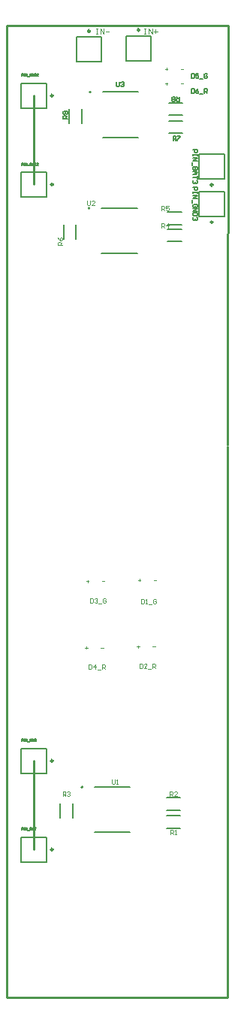
<source format=gbr>
%TF.GenerationSoftware,Altium Limited,Altium Designer,22.2.1 (43)*%
G04 Layer_Color=65535*
%FSLAX45Y45*%
%MOMM*%
%TF.SameCoordinates,68419969-02EB-4E78-BB40-8B94D9E39CA8*%
%TF.FilePolarity,Positive*%
%TF.FileFunction,Legend,Top*%
%TF.Part,Single*%
G01*
G75*
%TA.AperFunction,NonConductor*%
%ADD24C,0.25000*%
%ADD25C,0.20000*%
%ADD26C,0.25400*%
%ADD27C,0.07620*%
%ADD28C,0.12700*%
%ADD29C,0.10000*%
%ADD30C,0.07500*%
D24*
X14846100Y12663700D02*
G03*
X14846100Y12663700I-12500J0D01*
G01*
X14287300Y12651000D02*
G03*
X14287300Y12651000I-12500J0D01*
G01*
X15671600Y10920200D02*
G03*
X15671600Y10920200I-12500J0D01*
G01*
Y10501100D02*
G03*
X15671600Y10501100I-12500J0D01*
G01*
X13870000Y10922000D02*
G03*
X13870000Y10922000I-12500J0D01*
G01*
Y3432376D02*
G03*
X13870000Y3432376I-12500J0D01*
G01*
Y11925300D02*
G03*
X13870000Y11925300I-12500J0D01*
G01*
Y4432376D02*
G03*
X13870000Y4432376I-12500J0D01*
G01*
D25*
X14297501Y11963400D02*
G03*
X14297501Y11963400I-10000J0D01*
G01*
X14206206Y4135654D02*
G03*
X14206206Y4135654I-10000J0D01*
G01*
X14284801Y10655300D02*
G03*
X14284801Y10655300I-10000J0D01*
G01*
X14693600Y12318700D02*
Y12598700D01*
Y12318700D02*
X14973599D01*
Y12598700D01*
X14693600D02*
X14973599D01*
X14134801Y12306000D02*
Y12586000D01*
Y12306000D02*
X14414799D01*
Y12586000D01*
X14134801D02*
X14414799D01*
X15799100Y10985200D02*
Y11265200D01*
X15519099D02*
X15799100D01*
X15519099Y10985200D02*
Y11265200D01*
Y10985200D02*
X15799100D01*
Y10566100D02*
Y10846100D01*
X15519099D02*
X15799100D01*
X15519099Y10566100D02*
Y10846100D01*
Y10566100D02*
X15799100D01*
X13512500Y11062000D02*
X13792500D01*
X13512500Y10782000D02*
Y11062000D01*
Y10782000D02*
X13792500D01*
Y11062000D01*
X13512500Y3572378D02*
X13792500D01*
X13512500Y3292378D02*
Y3572378D01*
Y3292378D02*
X13792500D01*
Y3572378D01*
X13512500Y12065300D02*
X13792500D01*
X13512500Y11785300D02*
Y12065300D01*
Y11785300D02*
X13792500D01*
Y12065300D01*
X13512500Y4572376D02*
X13792500D01*
X13512500Y4292376D02*
Y4572376D01*
Y4292376D02*
X13792500D01*
Y4572376D01*
D26*
X13347701Y12712700D02*
X15849600D01*
X13347701Y1765300D02*
X15836900D01*
X15836900Y7975600D02*
X15836900Y1765300D01*
X13347701D02*
Y7988300D01*
X15836900D02*
X15849600Y12712700D01*
X13347701Y7988300D02*
Y12712700D01*
X13652499Y10925302D02*
Y11925300D01*
Y3432378D02*
Y4432376D01*
D27*
X15311121Y12059920D02*
X15341600D01*
X15133321D02*
X15163800D01*
X15151100Y12047220D02*
Y12072620D01*
X15311121Y12225020D02*
X15341600D01*
X15133321D02*
X15163800D01*
X15151100Y12212320D02*
Y12237720D01*
X15006320Y6467221D02*
X15036800D01*
X14828520D02*
X14859000D01*
X14846300Y6454521D02*
Y6479921D01*
X14993620Y5717921D02*
X15024100D01*
X14815820D02*
X14846300D01*
X14833600Y5705221D02*
Y5730621D01*
X14422121Y6454521D02*
X14452600D01*
X14244321D02*
X14274800D01*
X14262100Y6441821D02*
Y6467221D01*
X14409419Y5705221D02*
X14439900D01*
X14231619D02*
X14262100D01*
X14249400Y5692521D02*
Y5717921D01*
D28*
X14430400Y11454399D02*
X14830400D01*
X14430400Y11964401D02*
X14830400D01*
X15172701Y11841902D02*
X15332700D01*
X15172701Y11703898D02*
X15332700D01*
X15172701Y11638702D02*
X15332700D01*
X15172701Y11500698D02*
X15332700D01*
X14053398Y11616700D02*
Y11776700D01*
X14191402Y11616700D02*
Y11776700D01*
X13951797Y3788801D02*
Y3948801D01*
X14089803Y3788801D02*
Y3948801D01*
X14339108Y3626653D02*
X14739107D01*
X14339108Y4136654D02*
X14739107D01*
X15147301Y4014003D02*
X15307300D01*
X15147301Y3875999D02*
X15307300D01*
X15147301Y3810803D02*
X15307300D01*
X15147301Y3672799D02*
X15307300D01*
X13989899Y10308600D02*
Y10468600D01*
X14127902Y10308600D02*
Y10468600D01*
X15160001Y10419502D02*
X15320000D01*
X15160001Y10281498D02*
X15320000D01*
X15160001Y10610002D02*
X15320000D01*
X15160001Y10471998D02*
X15320000D01*
X14417700Y10146299D02*
X14817700D01*
X14417700Y10656301D02*
X14817700D01*
X14582547Y12077292D02*
Y12035639D01*
X14590878Y12027308D01*
X14607539D01*
X14615871Y12035639D01*
Y12077292D01*
X14632532Y12068961D02*
X14640862Y12077292D01*
X14657523D01*
X14665852Y12068961D01*
Y12060631D01*
X14657523Y12052300D01*
X14649191D01*
X14657523D01*
X14665852Y12043969D01*
Y12035639D01*
X14657523Y12027308D01*
X14640862D01*
X14632532Y12035639D01*
X14033092Y11667747D02*
X13983109D01*
Y11692739D01*
X13991438Y11701070D01*
X14008099D01*
X14016431Y11692739D01*
Y11667747D01*
Y11684408D02*
X14033092Y11701070D01*
X14024760Y11717731D02*
X14033092Y11726061D01*
Y11742723D01*
X14024760Y11751053D01*
X13991438D01*
X13983109Y11742723D01*
Y11726061D01*
X13991438Y11717731D01*
X13999770D01*
X14008099Y11726061D01*
Y11751053D01*
X15294353Y11912191D02*
Y11862208D01*
X15269360D01*
X15261031Y11870538D01*
Y11887199D01*
X15269360Y11895530D01*
X15294353D01*
X15277692D02*
X15261031Y11912191D01*
X15244370Y11870538D02*
X15236040Y11862208D01*
X15219377D01*
X15211047Y11870538D01*
Y11878869D01*
X15219377Y11887199D01*
X15211047Y11895530D01*
Y11903861D01*
X15219377Y11912191D01*
X15236040D01*
X15244370Y11903861D01*
Y11895530D01*
X15236040Y11887199D01*
X15244370Y11878869D01*
Y11870538D01*
X15236040Y11887199D02*
X15219377D01*
X15223747Y11417708D02*
Y11467692D01*
X15248740D01*
X15257069Y11459361D01*
Y11442700D01*
X15248740Y11434369D01*
X15223747D01*
X15240408D02*
X15257069Y11417708D01*
X15273730Y11467692D02*
X15307053D01*
Y11459361D01*
X15273730Y11426039D01*
Y11417708D01*
X15447774Y10893539D02*
X15497757D01*
Y10868547D01*
X15489427Y10860216D01*
X15472765D01*
X15464435Y10868547D01*
Y10893539D01*
X15497757Y10843555D02*
Y10826894D01*
Y10835224D01*
X15447774D01*
Y10843555D01*
Y10826894D01*
Y10801902D02*
X15497757D01*
X15447774Y10768579D01*
X15497757D01*
X15439442Y10751918D02*
Y10718596D01*
X15489427Y10668612D02*
X15497757Y10676943D01*
Y10693604D01*
X15489427Y10701935D01*
X15456104D01*
X15447774Y10693604D01*
Y10676943D01*
X15456104Y10668612D01*
X15472765D01*
Y10685274D01*
X15447774Y10651951D02*
X15497757D01*
X15447774Y10618628D01*
X15497757D01*
Y10601967D02*
X15447774D01*
Y10576976D01*
X15456104Y10568645D01*
X15489427D01*
X15497757Y10576976D01*
Y10601967D01*
X15489427Y10551984D02*
X15497757Y10543653D01*
Y10526992D01*
X15489427Y10518661D01*
X15481096D01*
X15472765Y10526992D01*
Y10535323D01*
Y10526992D01*
X15464435Y10518661D01*
X15456104D01*
X15447774Y10526992D01*
Y10543653D01*
X15456104Y10551984D01*
X15447774Y11312639D02*
X15497757D01*
Y11287647D01*
X15489427Y11279316D01*
X15472765D01*
X15464435Y11287647D01*
Y11312639D01*
X15497757Y11262655D02*
Y11245994D01*
Y11254324D01*
X15447774D01*
Y11262655D01*
Y11245994D01*
Y11221002D02*
X15497757D01*
X15447774Y11187679D01*
X15497757D01*
X15439442Y11171018D02*
Y11137696D01*
X15497757Y11121035D02*
X15447774D01*
Y11096043D01*
X15456104Y11087712D01*
X15464435D01*
X15472765Y11096043D01*
Y11121035D01*
Y11096043D01*
X15481096Y11087712D01*
X15489427D01*
X15497757Y11096043D01*
Y11121035D01*
X15447774Y11071051D02*
X15481096D01*
X15497757Y11054390D01*
X15481096Y11037728D01*
X15447774D01*
X15472765D01*
Y11071051D01*
X15497757Y11021067D02*
Y10987745D01*
Y11004406D01*
X15447774D01*
X15489427Y10971084D02*
X15497757Y10962753D01*
Y10946092D01*
X15489427Y10937761D01*
X15481096D01*
X15472765Y10946092D01*
Y10954423D01*
Y10946092D01*
X15464435Y10937761D01*
X15456104D01*
X15447774Y10946092D01*
Y10962753D01*
X15456104Y10971084D01*
X15427763Y12005257D02*
Y11955274D01*
X15452756D01*
X15461086Y11963604D01*
Y11996927D01*
X15452756Y12005257D01*
X15427763D01*
X15511070D02*
X15494408Y11996927D01*
X15477747Y11980265D01*
Y11963604D01*
X15486078Y11955274D01*
X15502739D01*
X15511070Y11963604D01*
Y11971935D01*
X15502739Y11980265D01*
X15477747D01*
X15527731Y11946943D02*
X15561053D01*
X15577715Y11955274D02*
Y12005257D01*
X15602705D01*
X15611037Y11996927D01*
Y11980265D01*
X15602705Y11971935D01*
X15577715D01*
X15594376D02*
X15611037Y11955274D01*
X15427763Y12170357D02*
Y12120374D01*
X15452756D01*
X15461086Y12128704D01*
Y12162027D01*
X15452756Y12170357D01*
X15427763D01*
X15511070D02*
X15477747D01*
Y12145365D01*
X15494408Y12153696D01*
X15502739D01*
X15511070Y12145365D01*
Y12128704D01*
X15502739Y12120374D01*
X15486078D01*
X15477747Y12128704D01*
X15527731Y12112043D02*
X15561053D01*
X15611037Y12162027D02*
X15602705Y12170357D01*
X15586044D01*
X15577715Y12162027D01*
Y12128704D01*
X15586044Y12120374D01*
X15602705D01*
X15611037Y12128704D01*
Y12145365D01*
X15594376D01*
X13515340Y4650816D02*
Y4676208D01*
X13528036D01*
X13532268Y4671976D01*
Y4663512D01*
X13528036Y4659280D01*
X13515340D01*
X13540732Y4676208D02*
X13549196D01*
X13544965D01*
Y4650816D01*
X13540732D01*
X13549196D01*
X13561893D02*
Y4676208D01*
X13578819Y4650816D01*
Y4676208D01*
X13587283Y4646584D02*
X13604211D01*
X13629604Y4671976D02*
X13625371Y4676208D01*
X13616907D01*
X13612675Y4671976D01*
Y4655048D01*
X13616907Y4650816D01*
X13625371D01*
X13629604Y4655048D01*
Y4663512D01*
X13621140D01*
X13638068Y4650816D02*
Y4676208D01*
X13654996Y4650816D01*
Y4676208D01*
X13663458D02*
Y4650816D01*
X13676155D01*
X13680386Y4655048D01*
Y4671976D01*
X13676155Y4676208D01*
X13663458D01*
X13515340Y12143740D02*
Y12169132D01*
X13528036D01*
X13532268Y12164900D01*
Y12156436D01*
X13528036Y12152204D01*
X13515340D01*
X13540732Y12169132D02*
X13549196D01*
X13544965D01*
Y12143740D01*
X13540732D01*
X13549196D01*
X13561893D02*
Y12169132D01*
X13578819Y12143740D01*
Y12169132D01*
X13587283Y12139508D02*
X13604211D01*
X13629604Y12164900D02*
X13625371Y12169132D01*
X13616907D01*
X13612675Y12164900D01*
Y12147972D01*
X13616907Y12143740D01*
X13625371D01*
X13629604Y12147972D01*
Y12156436D01*
X13621140D01*
X13638068Y12143740D02*
Y12169132D01*
X13654996Y12143740D01*
Y12169132D01*
X13663458D02*
Y12143740D01*
X13676155D01*
X13680386Y12147972D01*
Y12164900D01*
X13676155Y12169132D01*
X13663458D01*
X13705779Y12143740D02*
X13688850D01*
X13705779Y12160668D01*
Y12164900D01*
X13701547Y12169132D01*
X13693083D01*
X13688850Y12164900D01*
X13515340Y3650056D02*
Y3675448D01*
X13528036D01*
X13532268Y3671216D01*
Y3662752D01*
X13528036Y3658520D01*
X13515340D01*
X13540732Y3675448D02*
X13549196D01*
X13544965D01*
Y3650056D01*
X13540732D01*
X13549196D01*
X13561893D02*
Y3675448D01*
X13578819Y3650056D01*
Y3675448D01*
X13587283Y3645824D02*
X13604211D01*
X13612675Y3675448D02*
Y3650056D01*
X13625371D01*
X13629604Y3654288D01*
Y3658520D01*
X13625371Y3662752D01*
X13612675D01*
X13625371D01*
X13629604Y3666984D01*
Y3671216D01*
X13625371Y3675448D01*
X13612675D01*
X13638068Y3650056D02*
Y3666984D01*
X13646532Y3675448D01*
X13654996Y3666984D01*
Y3650056D01*
Y3662752D01*
X13638068D01*
X13663458Y3675448D02*
X13680386D01*
X13671922D01*
Y3650056D01*
X13515340Y11140440D02*
Y11165832D01*
X13528036D01*
X13532268Y11161600D01*
Y11153136D01*
X13528036Y11148904D01*
X13515340D01*
X13540732Y11165832D02*
X13549196D01*
X13544965D01*
Y11140440D01*
X13540732D01*
X13549196D01*
X13561893D02*
Y11165832D01*
X13578819Y11140440D01*
Y11165832D01*
X13587283Y11136208D02*
X13604211D01*
X13612675Y11165832D02*
Y11140440D01*
X13625371D01*
X13629604Y11144672D01*
Y11148904D01*
X13625371Y11153136D01*
X13612675D01*
X13625371D01*
X13629604Y11157368D01*
Y11161600D01*
X13625371Y11165832D01*
X13612675D01*
X13638068Y11140440D02*
Y11157368D01*
X13646532Y11165832D01*
X13654996Y11157368D01*
Y11140440D01*
Y11153136D01*
X13638068D01*
X13663458Y11165832D02*
X13680386D01*
X13671922D01*
Y11140440D01*
X13705779D02*
X13688850D01*
X13705779Y11157368D01*
Y11161600D01*
X13701547Y11165832D01*
X13693083D01*
X13688850Y11161600D01*
D29*
X14352225Y12679190D02*
X14372218D01*
X14362221D01*
Y12619210D01*
X14352225D01*
X14372218D01*
X14402208D02*
Y12679190D01*
X14442195Y12619210D01*
Y12679190D01*
X14462189Y12649200D02*
X14502176D01*
X14898325Y12679190D02*
X14918318D01*
X14908321D01*
Y12619210D01*
X14898325D01*
X14918318D01*
X14948308D02*
Y12679190D01*
X14988295Y12619210D01*
Y12679190D01*
X15008289Y12649200D02*
X15048276D01*
X15028282Y12669193D02*
Y12629206D01*
D30*
X14251939Y10740844D02*
Y10699191D01*
X14260271Y10690860D01*
X14276932D01*
X14285263Y10699191D01*
Y10740844D01*
X14335246Y10690860D02*
X14301924D01*
X14335246Y10724183D01*
Y10732513D01*
X14326915Y10740844D01*
X14310254D01*
X14301924Y10732513D01*
X13972540Y10243820D02*
X13922556D01*
Y10268812D01*
X13930887Y10277143D01*
X13947548D01*
X13955879Y10268812D01*
Y10243820D01*
Y10260481D02*
X13972540Y10277143D01*
X13922556Y10327126D02*
X13930887Y10310465D01*
X13947548Y10293804D01*
X13964209D01*
X13972540Y10302134D01*
Y10318795D01*
X13964209Y10327126D01*
X13955879D01*
X13947548Y10318795D01*
Y10293804D01*
X15095219Y10627360D02*
Y10677344D01*
X15120212D01*
X15128543Y10669013D01*
Y10652352D01*
X15120212Y10644021D01*
X15095219D01*
X15111880D02*
X15128543Y10627360D01*
X15178526Y10677344D02*
X15145204D01*
Y10652352D01*
X15161865Y10660683D01*
X15170195D01*
X15178526Y10652352D01*
Y10635691D01*
X15170195Y10627360D01*
X15153534D01*
X15145204Y10635691D01*
X15095219Y10436860D02*
Y10486844D01*
X15120212D01*
X15128543Y10478513D01*
Y10461852D01*
X15120212Y10453521D01*
X15095219D01*
X15111880D02*
X15128543Y10436860D01*
X15170195D02*
Y10486844D01*
X15145204Y10461852D01*
X15178526D01*
X14272063Y5515557D02*
Y5465574D01*
X14297055D01*
X14305386Y5473904D01*
Y5507227D01*
X14297055Y5515557D01*
X14272063D01*
X14347038Y5465574D02*
Y5515557D01*
X14322047Y5490565D01*
X14355370D01*
X14372031Y5457243D02*
X14405353D01*
X14422014Y5465574D02*
Y5515557D01*
X14447006D01*
X14455338Y5507227D01*
Y5490565D01*
X14447006Y5482235D01*
X14422014D01*
X14438675D02*
X14455338Y5465574D01*
X14284763Y6264857D02*
Y6214874D01*
X14309755D01*
X14318086Y6223204D01*
Y6256527D01*
X14309755Y6264857D01*
X14284763D01*
X14334747Y6256527D02*
X14343079Y6264857D01*
X14359740D01*
X14368069Y6256527D01*
Y6248196D01*
X14359740Y6239865D01*
X14351408D01*
X14359740D01*
X14368069Y6231535D01*
Y6223204D01*
X14359740Y6214874D01*
X14343079D01*
X14334747Y6223204D01*
X14384731Y6206543D02*
X14418053D01*
X14468037Y6256527D02*
X14459706Y6264857D01*
X14443045D01*
X14434714Y6256527D01*
Y6223204D01*
X14443045Y6214874D01*
X14459706D01*
X14468037Y6223204D01*
Y6239865D01*
X14451375D01*
X14531183Y4224146D02*
Y4182493D01*
X14539513Y4174163D01*
X14556174D01*
X14564505Y4182493D01*
Y4224146D01*
X14581166Y4174163D02*
X14597827D01*
X14589497D01*
Y4224146D01*
X14581166Y4215816D01*
X13979147Y4034309D02*
Y4084293D01*
X14004140D01*
X14012469Y4075962D01*
Y4059301D01*
X14004140Y4050970D01*
X13979147D01*
X13995808D02*
X14012469Y4034309D01*
X14029131Y4075962D02*
X14037460Y4084293D01*
X14054123D01*
X14062453Y4075962D01*
Y4067632D01*
X14054123Y4059301D01*
X14045792D01*
X14054123D01*
X14062453Y4050970D01*
Y4042640D01*
X14054123Y4034309D01*
X14037460D01*
X14029131Y4042640D01*
X15185648Y4034309D02*
Y4084293D01*
X15210638D01*
X15218970Y4075962D01*
Y4059301D01*
X15210638Y4050970D01*
X15185648D01*
X15202309D02*
X15218970Y4034309D01*
X15268953D02*
X15235631D01*
X15268953Y4067632D01*
Y4075962D01*
X15260623Y4084293D01*
X15243961D01*
X15235631Y4075962D01*
X15193977Y3602509D02*
Y3652493D01*
X15218970D01*
X15227299Y3644162D01*
Y3627501D01*
X15218970Y3619170D01*
X15193977D01*
X15210638D02*
X15227299Y3602509D01*
X15243961D02*
X15260623D01*
X15252292D01*
Y3652493D01*
X15243961Y3644162D01*
X14843562Y5528257D02*
Y5478274D01*
X14868555D01*
X14876886Y5486604D01*
Y5519927D01*
X14868555Y5528257D01*
X14843562D01*
X14926871Y5478274D02*
X14893547D01*
X14926871Y5511596D01*
Y5519927D01*
X14918539Y5528257D01*
X14901878D01*
X14893547Y5519927D01*
X14943530Y5469943D02*
X14976852D01*
X14993513Y5478274D02*
Y5528257D01*
X15018506D01*
X15026837Y5519927D01*
Y5503265D01*
X15018506Y5494935D01*
X14993513D01*
X15010175D02*
X15026837Y5478274D01*
X14860428Y6252157D02*
Y6202174D01*
X14885420D01*
X14893752Y6210504D01*
Y6243827D01*
X14885420Y6252157D01*
X14860428D01*
X14910413Y6202174D02*
X14927074D01*
X14918742D01*
Y6252157D01*
X14910413Y6243827D01*
X14952065Y6193843D02*
X14985388D01*
X15035371Y6243827D02*
X15027042Y6252157D01*
X15010381D01*
X15002049Y6243827D01*
Y6210504D01*
X15010381Y6202174D01*
X15027042D01*
X15035371Y6210504D01*
Y6227165D01*
X15018710D01*
%TF.MD5,fc3c80741c6c1750ec020be52af06281*%
M02*

</source>
